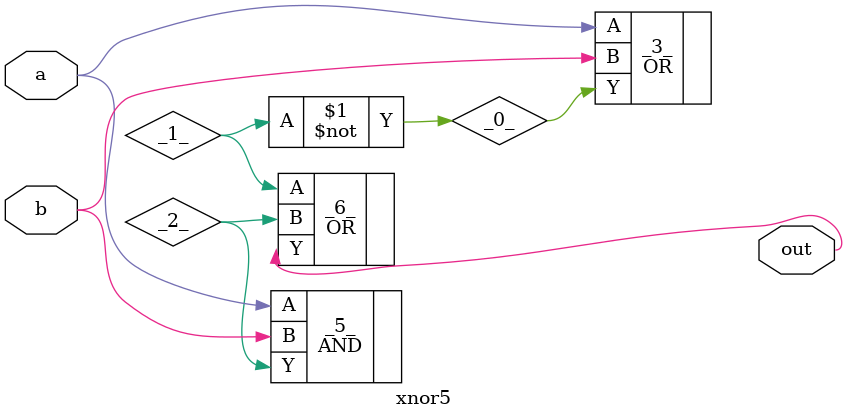
<source format=v>
/* Generated by Yosys 0.41+83 (git sha1 7045cf509, x86_64-w64-mingw32-g++ 13.2.1 -Os) */

/* cells_not_processed =  1  */
/* src = "xnor5.v:1.1-9.10" */
module xnor5(a, b, out);
  wire _0_;
  wire _1_;
  wire _2_;
  /* src = "xnor5.v:2.16-2.17" */
  input a;
  wire a;
  /* src = "xnor5.v:3.16-3.17" */
  input b;
  wire b;
  /* src = "xnor5.v:4.17-4.20" */
  output out;
  wire out;
  OR _3_ (
    .A(a),
    .B(b),
    .Y(_0_)
  );
  not _4_ (
    .A(_0_),
    .Y(_1_)
  );
  AND _5_ (
    .A(a),
    .B(b),
    .Y(_2_)
  );
  OR _6_ (
    .A(_1_),
    .B(_2_),
    .Y(out)
  );
endmodule

</source>
